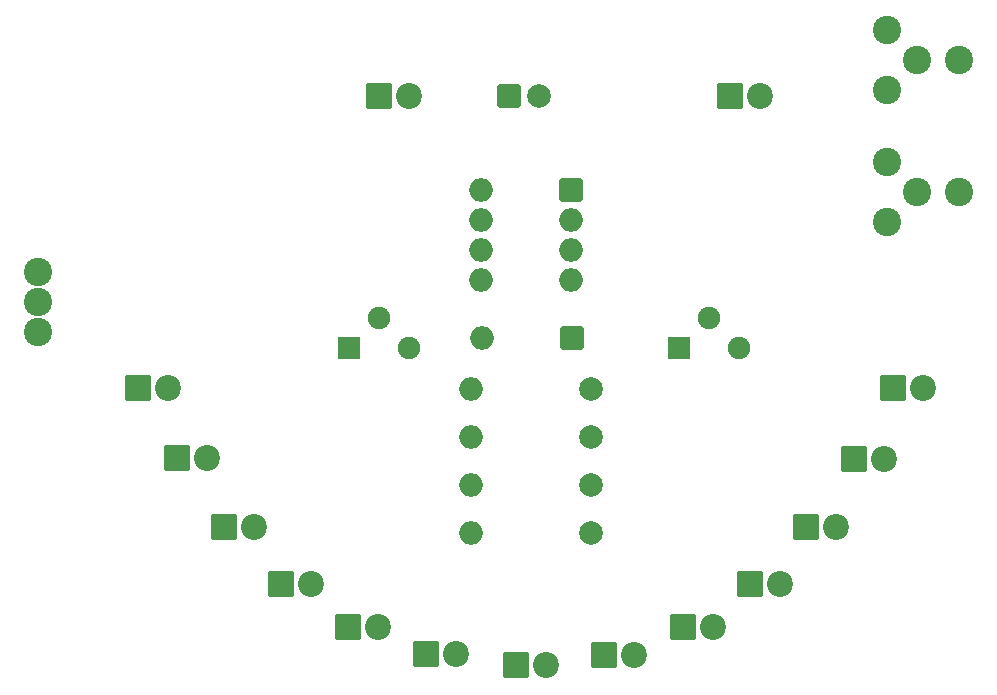
<source format=gbr>
%TF.GenerationSoftware,KiCad,Pcbnew,7.0.8*%
%TF.CreationDate,2024-04-06T10:04:34+02:00*%
%TF.ProjectId,Smiley,536d696c-6579-42e6-9b69-6361645f7063,rev?*%
%TF.SameCoordinates,Original*%
%TF.FileFunction,Soldermask,Top*%
%TF.FilePolarity,Negative*%
%FSLAX46Y46*%
G04 Gerber Fmt 4.6, Leading zero omitted, Abs format (unit mm)*
G04 Created by KiCad (PCBNEW 7.0.8) date 2024-04-06 10:04:34*
%MOMM*%
%LPD*%
G01*
G04 APERTURE LIST*
G04 Aperture macros list*
%AMRoundRect*
0 Rectangle with rounded corners*
0 $1 Rounding radius*
0 $2 $3 $4 $5 $6 $7 $8 $9 X,Y pos of 4 corners*
0 Add a 4 corners polygon primitive as box body*
4,1,4,$2,$3,$4,$5,$6,$7,$8,$9,$2,$3,0*
0 Add four circle primitives for the rounded corners*
1,1,$1+$1,$2,$3*
1,1,$1+$1,$4,$5*
1,1,$1+$1,$6,$7*
1,1,$1+$1,$8,$9*
0 Add four rect primitives between the rounded corners*
20,1,$1+$1,$2,$3,$4,$5,0*
20,1,$1+$1,$4,$5,$6,$7,0*
20,1,$1+$1,$6,$7,$8,$9,0*
20,1,$1+$1,$8,$9,$2,$3,0*%
G04 Aperture macros list end*
%ADD10RoundRect,0.200000X-0.900000X-0.900000X0.900000X-0.900000X0.900000X0.900000X-0.900000X0.900000X0*%
%ADD11C,2.200000*%
%ADD12RoundRect,0.200000X0.800000X0.800000X-0.800000X0.800000X-0.800000X-0.800000X0.800000X-0.800000X0*%
%ADD13O,2.000000X2.000000*%
%ADD14RoundRect,0.200000X-0.750000X-0.750000X0.750000X-0.750000X0.750000X0.750000X-0.750000X0.750000X0*%
%ADD15C,1.900000*%
%ADD16C,2.400000*%
%ADD17C,2.000000*%
%ADD18RoundRect,0.200000X-0.800000X-0.800000X0.800000X-0.800000X0.800000X0.800000X-0.800000X0.800000X0*%
G04 APERTURE END LIST*
D10*
%TO.C,REF\u002A\u002A*%
X111380000Y-75670000D03*
D11*
X113920000Y-75670000D03*
%TD*%
D12*
%TO.C,U1*%
X84100000Y-58900000D03*
D13*
X84100000Y-61440000D03*
X84100000Y-63980000D03*
X84100000Y-66520000D03*
X76480000Y-66520000D03*
X76480000Y-63980000D03*
X76480000Y-61440000D03*
X76480000Y-58900000D03*
%TD*%
D14*
%TO.C,T2*%
X65320000Y-72260000D03*
D15*
X67860000Y-69720000D03*
X70400000Y-72260000D03*
%TD*%
%TO.C,T1*%
X98320000Y-72260000D03*
X95780000Y-69720000D03*
D14*
X93240000Y-72260000D03*
%TD*%
D16*
%TO.C,S1*%
X38990000Y-65810000D03*
X38990000Y-68350000D03*
X38990000Y-70890000D03*
%TD*%
D13*
%TO.C,R6*%
X75620000Y-87910000D03*
D17*
X85780000Y-87910000D03*
%TD*%
%TO.C,R5*%
X85780000Y-83860000D03*
D13*
X75620000Y-83860000D03*
%TD*%
D17*
%TO.C,R4*%
X85780000Y-79810000D03*
D13*
X75620000Y-79810000D03*
%TD*%
D17*
%TO.C,R3*%
X85780000Y-75760000D03*
D13*
X75620000Y-75760000D03*
%TD*%
D16*
%TO.C,P2*%
X110840000Y-56500000D03*
X110840000Y-61580000D03*
X116936000Y-59040000D03*
X113380000Y-59040000D03*
%TD*%
%TO.C,P1*%
X110864000Y-45380000D03*
X110864000Y-50460000D03*
X116960000Y-47920000D03*
X113404000Y-47920000D03*
%TD*%
D10*
%TO.C,D15*%
X108050000Y-81620000D03*
D11*
X110590000Y-81620000D03*
%TD*%
D10*
%TO.C,D14*%
X104020000Y-87430000D03*
D11*
X106560000Y-87430000D03*
%TD*%
D10*
%TO.C,D13*%
X99255000Y-92260000D03*
D11*
X101795000Y-92260000D03*
%TD*%
D10*
%TO.C,D12*%
X93600000Y-95910000D03*
D11*
X96140000Y-95910000D03*
%TD*%
D10*
%TO.C,D11*%
X86960000Y-98240000D03*
D11*
X89500000Y-98240000D03*
%TD*%
D10*
%TO.C,D10*%
X79440000Y-99140000D03*
D11*
X81980000Y-99140000D03*
%TD*%
D10*
%TO.C,D9*%
X71830000Y-98190000D03*
D11*
X74370000Y-98190000D03*
%TD*%
D10*
%TO.C,D8*%
X65210000Y-95850000D03*
D11*
X67750000Y-95850000D03*
%TD*%
%TO.C,D7*%
X62090000Y-92230000D03*
D10*
X59550000Y-92230000D03*
%TD*%
%TO.C,D6*%
X54765000Y-87380000D03*
D11*
X57305000Y-87380000D03*
%TD*%
D10*
%TO.C,D5*%
X50760000Y-81560000D03*
D11*
X53300000Y-81560000D03*
%TD*%
D10*
%TO.C,D4*%
X47480000Y-75630000D03*
D11*
X50020000Y-75630000D03*
%TD*%
D12*
%TO.C,D3*%
X84200000Y-71420000D03*
D13*
X76580000Y-71420000D03*
%TD*%
D11*
%TO.C,D2*%
X100090000Y-50930000D03*
D10*
X97550000Y-50930000D03*
%TD*%
D11*
%TO.C,D1*%
X70445000Y-50890000D03*
D10*
X67905000Y-50890000D03*
%TD*%
D18*
%TO.C,C1*%
X78900000Y-50900000D03*
D17*
X81400000Y-50900000D03*
%TD*%
M02*

</source>
